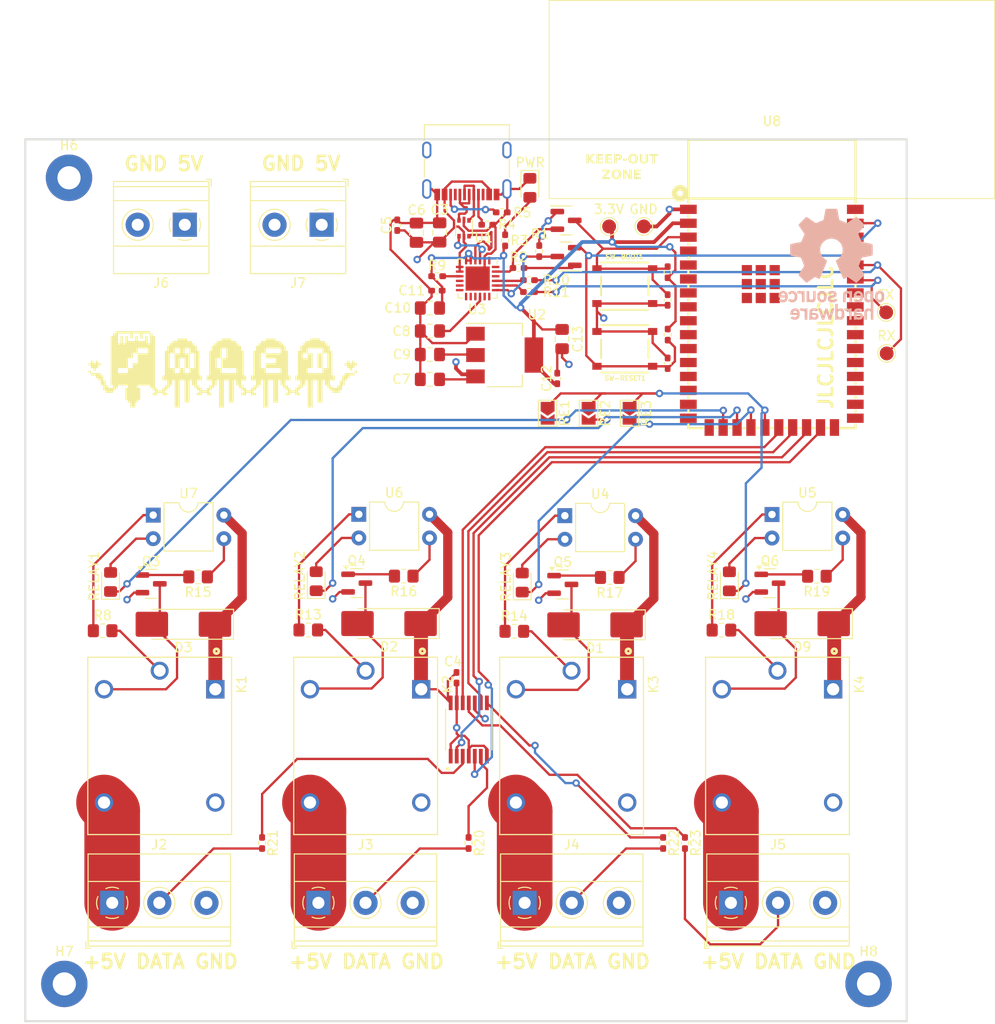
<source format=kicad_pcb>
(kicad_pcb (version 20240108) (generator "pcbnew") (generator_version "8.0")
  (layers (0 "F.Cu" signal) (1 "In1.Cu" power "GND") (2 "In2.Cu" power "PWR") (31 "B.Cu" signal) (34 "B.Paste" user) (35 "F.Paste" user) (36 "B.SilkS" user "B.Silkscreen") (37 "F.SilkS" user "F.Silkscreen") (38 "B.Mask" user) (39 "F.Mask" user) (44 "Edge.Cuts" user))
  (net 0 "")
  (net 1 "/EN")
  (net 2 "GND")
  (net 3 "/IO0")
  (net 4 "+5V")
  (net 5 "/RELAY1")
  (net 6 "Net-(U3-VPP)")
  (net 7 "+3.3V")
  (net 8 "Net-(3.3V-PWR1-A)")
  (net 9 "Net-(RELAY1-A)")
  (net 10 "Net-(D9-A)")
  (net 11 "Net-(J1-CC1)")
  (net 12 "Net-(J1-D+-PadA6)")
  (net 13 "Net-(J1-D--PadA7)")
  (net 15 "Net-(J1-CC2)")
  (net 17 "/STRIP1_5V")
  (net 18 "/BDATA_STRIP1")
  (net 19 "/STRIP2_5V")
  (net 20 "/BDATA_STRIP2")
  (net 21 "/STRIP3_5V")
  (net 22 "/BDATA_STRIP3")
  (net 23 "/STRIP4_5V")
  (net 24 "/BDATA_STRIP4")
  (net 25 "Net-(Q1-B)")
  (net 26 "/DTR")
  (net 27 "Net-(Q2-B)")
  (net 28 "/RTS")
  (net 29 "Net-(Q3-B)")
  (net 30 "Net-(R8-Pad1)")
  (net 31 "Net-(U3-~{RST})")
  (net 32 "Net-(U3-TXD)")
  (net 33 "/TX")
  (net 34 "Net-(U3-RXD)")
  (net 35 "/RX")
  (net 36 "Net-(R15-Pad1)")
  (net 37 "Net-(U9-2Y)")
  (net 38 "Net-(U9-1Y)")
  (net 39 "Net-(U9-3Y)")
  (net 40 "Net-(U9-4Y)")
  (net 41 "Net-(U3-D+)")
  (net 42 "Net-(U3-D-)")
  (net 54 "/STRIP1")
  (net 55 "/STRIP2")
  (net 56 "/STRIP3")
  (net 57 "/STRIP4")
  (net 62 "Net-(D1-A)")
  (net 63 "Net-(D2-A)")
  (net 64 "Net-(D3-A)")
  (net 71 "/RELAY4")
  (net 85 "/RELAY3")
  (net 92 "/RELAY2")
  (net 97 "Net-(Q4-B)")
  (net 98 "Net-(Q5-B)")
  (net 99 "Net-(Q6-B)")
  (net 100 "Net-(R13-Pad1)")
  (net 101 "Net-(R14-Pad1)")
  (net 102 "Net-(R16-Pad1)")
  (net 103 "Net-(R17-Pad1)")
  (net 104 "Net-(R18-Pad1)")
  (net 105 "Net-(R19-Pad1)")
  (net 106 "Net-(RELAY2-A)")
  (net 107 "Net-(RELAY3-A)")
  (net 108 "Net-(RELAY4-A)")
  (footprint "Resistor_SMD:R_0805_2012Metric_Pad1.20x1.40mm_HandSolder" (layer "F.Cu") (at 39.86 68.04 180)
    (property "Reference" "R15")
    (property "Value" "1K")
  )
  (footprint "Package_TO_SOT_SMD:SOT-23" (layer "F.Cu") (at 79.525 29.64)
    (property "Reference" "Q1" (hide yes))
    (property "Value" "SS8050")
  )
  (footprint "Capacitor_SMD:C_0805_2012Metric_Pad1.18x1.45mm_HandSolder" (layer "F.Cu") (at 64.851029 41.555 180)
    (property "Reference" "C8")
    (property "Value" "4u7")
  )
  (footprint "LED_SMD:LED_0805_2012Metric_Pad1.15x1.40mm_HandSolder" (layer "F.Cu") (at 75.63 26.13 -90)
    (property "Reference" "3.3V-PWR1" (hide yes))
    (property "Value" "RED_LED")
  )
  (footprint "Diode_SMD:D_MELF_Handsoldering" (layer "F.Cu") (at 104.985 73.0775 180)
    (property "Reference" "D9")
    (property "Value" "C7420350")
  )
  (footprint "Resistor_SMD:R_0805_2012Metric_Pad1.20x1.40mm_HandSolder" (layer "F.Cu") (at 62.03 67.96 180)
    (property "Reference" "R16")
    (property "Value" "1K")
  )
  (footprint "LED_SMD:LED_0805_2012Metric_Pad1.15x1.40mm_HandSolder" (layer "F.Cu") (at 97.135 68.52 90)
    (property "Reference" "RELAY4")
    (property "Value" "RED_LED")
  )
  (footprint "TestPoint:TestPoint_Pad_D1.5mm" (layer "F.Cu") (at 114.09 43.97)
    (property "Reference" "RX1" (hide yes))
    (property "Value" "TestPoint")
  )
  (footprint "Jumper:SolderJumper-2_P1.3mm_Open_TrianglePad1.0x1.5mm" (layer "F.Cu") (at 77.54 50.415 -90)
    (property "Reference" "RE1")
    (property "Value" "SolderJumper_2_Bridged")
  )
  (footprint "Package_DFN_QFN:QFN-24-1EP_4x4mm_P0.5mm_EP2.6x2.6mm" (layer "F.Cu") (at 70.001029 35.905 -90)
    (property "Reference" "U3")
    (property "Value" "CP2104")
  )
  (footprint "lib:wled-logo" (layer "F.Cu") (at 42.52 45.695)
    (property "Reference" "G***" (hide yes))
    (property "Value" "LOGO" (hide yes))
  )
  (footprint "Resistor_SMD:R_0805_2012Metric_Pad1.20x1.40mm_HandSolder" (layer "F.Cu") (at 84.24 68.1025 180)
    (property "Reference" "R17")
    (property "Value" "1K")
  )
  (footprint "Package_TO_SOT_SMD:SOT-223-3_TabPin2" (layer "F.Cu") (at 72.91 44.145)
    (property "Reference" "U2")
    (property "Value" "AMS1117-3.3")
  )
  (footprint "Capacitor_SMD:C_0805_2012Metric_Pad1.18x1.45mm_HandSolder" (layer "F.Cu") (at 64.851029 39.08 180)
    (property "Reference" "C10")
    (property "Value" "22u")
  )
  (footprint "Capacitor_SMD:C_0402_1005Metric_Pad0.74x0.62mm_HandSolder" (layer "F.Cu") (at 90.48 45.03 90)
    (property "Reference" "C1" (hide yes))
    (property "Value" "100nF")
  )
  (footprint "TerminalBlock_Phoenix:TerminalBlock_Phoenix_MKDS-1,5-2-5.08_1x02_P5.08mm_Horizontal" (layer "F.Cu") (at 38.43 30.11 180)
    (property "Reference" "J6")
    (property "Value" "Screw_Terminal_01x02")
  )
  (footprint "Resistor_SMD:R_0402_1005Metric_Pad0.72x0.64mm_HandSolder" (layer "F.Cu") (at 72.96 31.7875 90)
    (property "Reference" "R3")
    (property "Value" "1K")
  )
  (footprint "Resistor_SMD:R_0402_1005Metric_Pad0.72x0.64mm_HandSolder" (layer "F.Cu") (at 89.995 96.7025 -90)
    (property "Reference" "R22")
    (property "Value" "100R")
  )
  (footprint "Resistor_SMD:R_0805_2012Metric_Pad1.20x1.40mm_HandSolder" (layer "F.Cu") (at 106.57 67.9725 180)
    (property "Reference" "R19")
    (property "Value" "1K")
  )
  (footprint "lib:RELAY_SRD-05VDC-SL-C" (layer "F.Cu") (at 80.12 86.245 -90)
    (property "Reference" "K3")
    (property "Value" "SRD-05VDC-SL-C")
  )
  (footprint "Package_TO_SOT_SMD:SOT-666" (layer "F.Cu") (at 68.525 30.49 -90)
    (property "Reference" "U1")
    (property "Value" "USBLC6-2P6")
  )
  (footprint "Resistor_SMD:R_0402_1005Metric_Pad0.72x0.64mm_HandSolder" (layer "F.Cu") (at 46.76 96.7025 -90)
    (property "Reference" "R21")
    (property "Value" "100R")
  )
  (footprint "lib:TS-1187A-B-A-B" (layer "F.Cu") (at 85.86 36.72 180)
    (property "Reference" "SW-BOOT1")
    (property "Value" "SW_SPST")
  )
  (footprint "Resistor_SMD:R_0805_2012Metric_Pad1.20x1.40mm_HandSolder" (layer "F.Cu") (at 51.74 73.76)
    (property "Reference" "R13")
    (property "Value" "1K")
  )
  (footprint "Diode_SMD:D_MELF_Handsoldering" (layer "F.Cu") (at 82.655 73.2075 180)
    (property "Reference" "D1")
    (property "Value" "C7420350")
  )
  (footprint "Resistor_SMD:R_0402_1005Metric_Pad0.72x0.64mm_HandSolder" (layer "F.Cu") (at 90.49 41.94 -90)
    (property "Reference" "R6" (hide yes))
    (property "Value" "1K")
  )
  (footprint "Jumper:SolderJumper-2_P1.3mm_Open_TrianglePad1.0x1.5mm" (layer "F.Cu") (at 81.96 50.415 -90)
    (property "Reference" "RE2")
    (property "Value" "SolderJumper_2_Bridged")
  )
  (footprint "TerminalBlock_Phoenix:TerminalBlock_Phoenix_MKDS-1,5-3-5.08_1x03_P5.08mm_Horizontal" (layer "F.Cu") (at 52.833333 103.15)
    (property "Reference" "J3")
    (property "Value" "Screw_Terminal_01x03")
  )
  (footprint "TestPoint:TestPoint_Pad_D1.5mm" (layer "F.Cu") (at 87.91 30.29)
    (property "Reference" "GND1" (hide yes))
    (property "Value" "TestPoint")
  )
  (footprint "Resistor_SMD:R_0402_1005Metric_Pad0.72x0.64mm_HandSolder" (layer "F.Cu") (at 90.48 35.2225 90)
    (property "Reference" "R7" (hide yes))
    (property "Value" "1K")
  )
  (footprint "Package_DIP:DIP-4_W7.62mm" (layer "F.Cu") (at 101.73 61.3175)
    (property "Reference" "U5")
    (property "Value" "EL817")
  )
  (footprint "Package_TO_SOT_SMD:SOT-23" (layer "F.Cu") (at 79.53 33.53 180)
    (property "Reference" "Q2" (hide yes))
    (property "Value" "SS8050")
  )
  (footprint "TestPoint:TestPoint_Pad_D1.5mm" (layer "F.Cu") (at 114.04 39.55)
    (property "Reference" "TX1" (hide yes))
    (property "Value" "TestPoint")
  )
  (footprint "Resistor_SMD:R_0402_1005Metric_Pad0.72x0.64mm_HandSolder" (layer "F.Cu") (at 72.59 28.775)
    (property "Reference" "R5")
    (property "Value" "5K1")
  )
  (footprint "TestPoint:TestPoint_Pad_D1.5mm" (layer "F.Cu") (at 84.17 30.29)
    (property "Reference" "3V3" (hide yes))
    (property "Value" "TestPoint")
  )
  (footprint "lib:RELAY_SRD-05VDC-SL-C" (layer "F.Cu") (at 102.32 86.245 -90)
    (property "Reference" "K4")
    (property "Value" "SRD-05VDC-SL-C")
  )
  (footprint "lib:RELAY_SRD-05VDC-SL-C" (layer "F.Cu") (at 35.72 86.245 -90)
    (property "Reference" "K1")
    (property "Value" "SRD-05VDC-SL-C")
  )
  (footprint "lib:SOP65P640X120-14N" (layer "F.Cu") (at 69.04 84.48 90)
    (property "Reference" "U9" (hide yes))
    (property "Value" "SN74AHCT125PWR")
  )
  (footprint "TerminalBlock_Phoenix:TerminalBlock_Phoenix_MKDS-1,5-3-5.08_1x03_P5.08mm_Horizontal" (layer "F.Cu") (at 75.066666 103.15)
    (property "Reference" "J4")
    (property "Value" "Screw_Terminal_01x03")
  )
  (footprint "Capacitor_SMD:C_0402_1005Metric_Pad0.74x0.62mm_HandSolder" (layer "F.Cu") (at 90.48 38.2125 -90)
    (property "Reference" "C2" (hide yes))
    (property "Value" "100nF")
  )
  (footprint "MountingHole:MountingHole_2.5mm_Pad" (layer "F.Cu") (at 25.945 25.05)
    (property "Reference" "H6")
    (property "Value" "MountingHole_Pad")
  )
  (footprint "MountingHole:MountingHole_2.5mm_Pad" (layer "F.Cu") (at 25.44 111.885)
    (property "Reference" "H7")
    (property "Value" "MountingHole_Pad")
  )
  (footprint "TerminalBlock_Phoenix:TerminalBlock_Phoenix_MKDS-1,5-2-5.08_1x02_P5.08mm_Horizontal" (layer "F.Cu") (at 53.185 30.11 180)
    (property "Reference" "J7")
    (property "Value" "Screw_Terminal_01x02")
  )
  (footprint "TerminalBlock_Phoenix:TerminalBlock_Phoenix_MKDS-1,5-3-5.08_1x03_P5.08mm_Horizontal" (layer "F.Cu") (at 97.3 103.15)
    (property "Reference" "J5")
    (property "Value" "Screw_Terminal_01x03")
  )
  (footprint "Connector_USB:USB_C_Receptacle_G-Switch_GT-USB-7010ASV" (layer "F.Cu") (at 68.835 23.13 180)
    (property "Reference" "J1" (hide yes))
    (property "Value" "USB_C_Receptacle_USB2.0_16P")
  )
  (footprint "Jumper:SolderJumper-2_P1.3mm_Open_TrianglePad1.0x1.5mm" (layer "F.Cu") (at 86.38 50.415 -90)
    (property "Reference" "RE3")
    (property "Value" "SolderJumper_2_Bridged")
  )
  (footprint "Package_DIP:DIP-4_W7.62mm" (layer "F.Cu") (at 57.19 61.305)
    (property "Reference" "U6")
    (property "Value" "EL817")
  )
  (footprint "Resistor_SMD:R_0805_2012Metric_Pad1.20x1.40mm_HandSolder" (layer "F.Cu") (at 29.57 73.84)
    (property "Reference" "R8")
    (property "Value" "1K")
  )
  (footprint "Resistor_SMD:R_0402_1005Metric_Pad0.72x0.64mm_HandSolder" (layer "F.Cu") (at 75.526029 36.08)
    (property "Reference" "R10")
    (property "Value" "22R")
  )
  (footprint "lib:RELAY_SRD-05VDC-SL-C" (layer "F.Cu") (at 57.92 86.245 -90)
    (property "Reference" "K2")
    (property "Value" "SRD-05VDC-SL-C")
  )
  (footprint "Package_DIP:DIP-4_W7.62mm" (layer "F.Cu") (at 35.02 61.385)
    (property "Reference" "U7")
    (property "Value" "EL817")
  )
  (footprint "Diode_SMD:D_MELF_Handsoldering" (layer "F.Cu") (at 38.275 73.145 180)
    (property "Reference" "D3")
    (property "Value" "C7420350")
  )
  (footprint "TerminalBlock_Phoenix:TerminalBlock_Phoenix_MKDS-1,5-3-5.08_1x03_P5.08mm_Horizontal" (layer "F.Cu") (at 30.6 103.15)
    (property "Reference" "J2")
    (property "Value" "Screw_Terminal_01x03")
  )
  (footprint "Resistor_SMD:R_0402_1005Metric_Pad0.72x0.64mm_HandSolder" (layer "F.Cu") (at 69.02 96.7025 -90)
    (property "Reference" "R20")
    (property "Value" "100R")
  )
  (footprint "Package_TO_SOT_SMD:SOT-23" (layer "F.Cu") (at 101.505 68.72)
    (property "Reference" "Q6")
    (property "Value" "SS8050")
  )
  (footprint "Resistor_SMD:R_0402_1005Metric_Pad0.72x0.64mm_HandSolder" (layer "F.Cu") (at 76.64 32.95 90)
    (property "Reference" "R1")
    (property "Value" "10K")
  )
  (footprint "lib:WIFI-SMD_ESP32-S2-WROVER-I" (layer "F.Cu") (at 101.71 40.2)
    (property "Reference" "U8")
    (property "Value" "ESP32-S2-WROOM-1-N4(4MB)")
  )
  (footprint "lib:TS-1187A-B-A-B" (layer "F.Cu") (at 85.86 43.48)
    (property "Reference" "SW-RESET1")
    (property "Value" "SW_SPST")
  )
  (footprint "LED_SMD:LED_0805_2012Metric_Pad1.15x1.40mm_HandSolder" (layer "F.Cu") (at 74.805 68.65 90)
    (property "Reference" "RELAY3")
    (property "Value" "RED_LED")
  )
  (footprint "Resistor_SMD:R_0402_1005Metric_Pad0.72x0.64mm_HandSolder" (layer "F.Cu") (at 74.4 34.77)
    (property "Reference" "R2")
    (property "Value" "10K")
  )
  (footprint "Resistor_SMD:R_0402_1005Metric_Pad0.72x0.64mm_HandSolder" (layer "F.Cu") (at 71.028529 30.105)
    (property "Reference" "R4")
    (property "Value" "5K1")
  )
  (footprint "Diode_SMD:D_MELF_Handsoldering" (layer "F.Cu") (at 60.445 73.065 180)
    (property "Reference" "D2")
    (property "Value" "C7420350")
  )
  (footprint "Resistor_SMD:R_0402_1005Metric_Pad0.72x0.64mm_HandSolder" (layer "F.Cu") (at 65.628529 35.655)
    (property "Reference" "R9")
    (property "Value" "10K")
  )
  (footprint "Resistor_SMD:R_0402_1005Metric_Pad0.72x0.64mm_HandSolder" (layer "F.Cu") (at 75.526029 37.355)
    (property "Reference" "R11")
    (property "Value" "22R")
  )
  (footprint "Capacitor_SMD:C_0805_2012Metric_Pad1.18x1.45mm_HandSolder" (layer "F.Cu") (at 65.901029 30.9425 90)
    (property "Reference" "C3")
    (property "Value" "22u")
  )
  (footprint "Package_DIP:DIP-4_W7.62mm" (layer "F.Cu") (at 79.4 61.4475)
    (property "Reference" "U4")
    (property "Value" "EL817")
  )
  (footprint "Capacitor_SMD:C_0805_2012Metric_Pad1.18x1.45mm_HandSolder" (layer "F.Cu") (at 79.1 42.425 -90)
    (property "Reference" "C13")
    (property "Value" "22u")
  )
  (footprint "Capacitor_SMD:C_0805_2012Metric_Pad1.18x1.45mm_HandSolder" (layer "F.Cu") (at 64.851029 46.765 180)
    (property "Reference" "C7")
    (property "Value" "22u")
  )
  (footprint "LED_SMD:LED_0805_2012Metric_Pad1.15x1.40mm_HandSolder" (layer "F.Cu") (at 30.425 68.5875 90)
    (property "Reference" "RELAY1")
    (property "Value" "RED_LED")
  )
  (footprint "Resistor_SMD:R_0805_2012Metric_Pad1.20x1.40mm_HandSolder" (layer "F.Cu") (at 73.95 73.9025)
    (property "Reference" "R14")
    (property "Value" "1K")
  )
  (footprint "Resistor_SMD:R_0805_2012Metric_Pad1.20x1.40mm_HandSolder" (layer "F.Cu") (at 96.28 73.7725)
    (property "Reference" "R18")
    (property "Value" "1K")
  )
  (footprint "Capacitor_SMD:C_0402_1005Metric_Pad0.74x0.62mm_HandSolder" (layer "F.Cu") (at 67.72 78.9025 90)
    (property "Reference" "C4")
    (property "Value" "100nF")
  )
  (footprint "Package_TO_SOT_SMD:SOT-23" (layer "F.Cu") (at 56.965 68.7075)
    (property "Reference" "Q4")
    (property "Value" "SS8050")
  )
  (footprint "Resistor_SMD:R_0402_1005Metric_Pad0.72x0.64mm_HandSolder" (layer "F.Cu") (at 92.345 96.7025 -90)
    (property "Reference" "R23")
    (property "Value" "100R")
  )
  (footprint "Capacitor_SMD:C_0402_1005Metric_Pad0.74x0.62mm_HandSolder" (layer "F.Cu") (at 78.58 46.665 90)
    (property "Reference" "C12")
    (property "Value" "100nF")
  )
  (footprint "Capacitor_SMD:C_0805_2012Metric_Pad1.18x1.45mm_HandSolder" (layer "F.Cu") (at 63.401029 30.9675 90)
    (property "Reference" "C6")
    (property "Value" "4u7")
  )
  (footprint "Package_TO_SOT_SMD:SOT-23" (layer "F.Cu") (at 79.175 68.85)
    (property "Reference" "Q5")
    (property "Value" "SS8050")
  )
  (footprint "Capacitor_SMD:C_0402_1005Metric_Pad0.74x0.62mm_HandSolder" (layer "F.Cu") (at 61.326029 30.155 90)
    (property "Reference" "C5")
    (property "Value" "100nF")
  )
  (footprint "Package_TO_SOT_SMD:SOT-23" (layer "F.Cu") (at 34.795 68.7875)
    (property "Reference" "Q3")
    (property "Value" "SS8050")
  )
  (footprint "LED_SMD:LED_0805_2012Metric_Pad1.15x1.40mm_HandSolder" (layer "F.Cu") (at 52.595 68.5075 90)
    (property "Reference" "RELAY2")
    (property "Value" "RED_LED")
  )
  (footprint "MountingHole:MountingHole_2.5mm_Pad" (layer "F.Cu") (at 112.14 111.885)
    (property "Reference" "H8")
    (property "Value" "MountingHole_Pad")
  )
  (footprint "Capacitor_SMD:C_0402_1005Metric_Pad0.74x0.62mm_HandSolder" (layer "F.Cu") (at 65.601029 37.205 180)
    (property "Reference" "C11")
    (property "Value" "100nF")
  )
  (footprint "Capacitor_SMD:C_0805_2012Metric_Pad1.18x1.45mm_HandSolder" (layer "F.Cu") (at 64.851029 44.09 180)
    (property "Reference" "C9")
    (property "Value" "22u")
  )
  (footprint "Symbol:OSHW-Logo_11.4x12mm_SilkScreen" (layer "B.Cu") (at 108.148246 34.362474 180)
    (property "Reference" "REF**" (hide yes))
    (property "Value" "OSHW-Logo_11.4x12mm_SilkScreen" (hide yes))
  )
  (gr_line (start 21.24 20.91) (end 116.24 20.91) (stroke (width 0.2)) (layer "Edge.Cuts"))
  (gr_line (start 21.24 20.91) (end 21.24 115.91) (stroke (width 0.2)) (layer "Edge.Cuts"))
  (gr_line (start 116.24 115.91) (end 21.24 115.91) (stroke (width 0.2)) (layer "Edge.Cuts"))
  (gr_line (start 116.24 20.91) (end 116.24 115.91) (stroke (width 0.2)) (layer "Edge.Cuts"))
  (gr_text "+5V DATA GND" (at 27.28 110.355 0) (layer "F.SilkS") (effects (font (size 1.5 1.5) (thickness 0.3) (bold yes)) (justify left bottom)))
  (gr_text "PWR" (at 73.99 23.99 0) (layer "F.SilkS") (effects (font (size 1 1)) (justify left bottom)))
  (gr_text "KEEP-OUT\nZONE" (at 85.52 25.36 0) (layer "F.SilkS") (effects (font (size 1 1) (thickness 0.25) (bold yes)) (justify bottom)))
  (gr_text "GND 5V" (at 31.75 24.42 0) (layer "F.SilkS") (effects (font (size 1.5 1.5) (thickness 0.3) (bold yes)) (justify left bottom)))
  (gr_text "3.3V" (at 82.425953 29.03 0) (layer "F.SilkS") (effects (font (size 1 1)) (justify left bottom)))
  (gr_text "+5V DATA GND" (at 71.7 110.355 0) (layer "F.SilkS") (effects (font (size 1.5 1.5) (thickness 0.3) (bold yes)) (justify left bottom)))
  (gr_text "+5V DATA GND" (at 93.91 110.355 0) (layer "F.SilkS") (effects (font (size 1.5 1.5) (thickness 0.3) (bold yes)) (justify left bottom)))
  (gr_text "GND" (at 86.261191 29.03 0) (layer "F.SilkS") (effects (font (size 1 1)) (justify left bottom)))
  (gr_text "JLCJLCJLCJLC" (at 108.4 50.12 90) (layer "F.SilkS") (effects (font (size 1.5 1.5) (thickness 0.3) (bold yes)) (justify left bottom)))
  (gr_text "+5V DATA GND" (at 49.49 110.355 0) (layer "F.SilkS") (effects (font (size 1.5 1.5) (thickness 0.3) (bold yes)) (justify left bottom)))
  (gr_text "TX" (at 113.057857 38.24 0) (layer "F.SilkS") (effects (font (size 1 1)) (justify left bottom)))
  (gr_text "GND 5V" (at 46.55 24.39 0) (layer "F.SilkS") (effects (font (size 1.5 1.5) (thickness 0.3) (bold yes)) (justify left bottom)))
  (gr_text "RX" (at 112.98881 42.65 0) (layer "F.SilkS") (effects (font (size 1 1)) (justify left bottom)))
  (segment (start 110.720064 29.94) (end 110.71 29.950064) (width 0.25) (layer "F.Cu") (net 1))
  (segment (start 88.865 45.36) (end 88.86 45.355) (width 0.25) (layer "F.Cu") (net 1))
  (segment (start 82.86 45.355) (end 81.71 44.205) (width 0.25) (layer "F.Cu") (net 1))
  (segment (start 81.71 44.205) (end 81.71 33.69) (width 0.25) (layer "F.Cu") (net 1))
  (segment (start 88.86 45.355) (end 82.86 45.355) (width 0.25) (layer "F.Cu") (net 1))
  (segment (start 90.48 45.5975) (end 90.2425 45.36) (width 0.25) (layer "F.Cu") (net 1))
  (segment (start 81.71 33.69) (end 81.97 33.43) (width 0.25) (layer "F.Cu") (net 1))
  (segment (start 80.4675 32.58) (end 81.12 32.58) (width 0.25) (layer "F.Cu") (net 1))
  (segment (start 113.13 29.94) (end 110.720064 29.94) (width 0.25) (layer "F.Cu") (net 1))
  (segment (start 90.48 45.5975) (end 91.26 44.8175) (width 0.25) (layer "F.Cu") (net 1))
  (segment (start 91.26 43.3075) (end 90.49 42.5375) (width 0.25) (layer "F.Cu") (net 1))
  (segment (start 90.2425 45.36) (end 88.865 45.36) (width 0.25) (layer "F.Cu") (net 1))
  (segment (start 81.12 32.58) (end 81.97 33.43) (width 0.25) (layer "F.Cu") (net 1))
  (segment (start 91.26 44.8175) (end 91.26 43.3075) (width 0.25) (layer "F.Cu") (net 1))
  (via (at 113.13 29.94) (size 0.8) (drill 0.4) (layers "F.Cu" "B.Cu") (net 1))
  (via (at 81.97 33.43) (size 0.8) (drill 0.4) (layers "F.Cu" "B.Cu") (net 1))
  (segment (start 109.64 33.43) (end 113.13 29.94) (width 0.25) (layer "B.Cu") (net 1))
  (segment (start 81.97 33.43) (end 109.64 33.43) (width 0.25) (layer "B.Cu") (net 1))
  (segment (start 69.69 81.61) (end 69.69 82.39818) (width 0.25) (layer "F.Cu") (net 2))
  (segment (start 56.0275 69.6575) (end 55.1225 69.6575) (width 0.25) (layer "F.Cu") (net 2))
  (segment (start 63.813529 46.765) (end 63.813529 44.82) (width 0.25) (layer "F.Cu") (net 2))
  (segment (start 71.926029 32.75263) (end 71.926029 30.405) (width 0.25) (layer "F.Cu") (net 2))
  (segment (start 70.604167 83.312347) (end 70.807653 83.312347) (width 0.25) (layer "F.Cu") (net 2))
  (segment (start 73.155 26.255) (end 74.48 26.255) (width 0.25) (layer "F.Cu") (net 2))
  (segment (start 99.6625 69.67) (end 98.91 70.4225) (width 0.25) (layer "F.Cu") (net 2))
  (segment (start 60.608529 29.9225) (end 60.943529 29.5875) (width 0.25) (layer "F.Cu") (net 2))
  (segment (start 65.033529 37.205) (end 60.608529 32.78) (width 0.25) (layer "F.Cu") (net 2))
  (segment (start 65.635 29.638971) (end 65.635 26.855) (width 0.25) (layer "F.Cu") (net 2))
  (segment (start 73.1875 28.775) (end 71.8575 30.105) (width 0.25) (layer "F.Cu") (net 2))
  (segment (start 70.751029 33.9675) (end 70.751029 33.50526) (width 0.25) (layer "F.Cu") (net 2))
  (segment (start 70.66818 86.24) (end 70.99 86.56182) (width 0.25) (layer "F.Cu") (net 2))
  (segment (start 73.155 26.255) (end 73.1875 26.2875) (width 0.25) (layer "F.Cu") (net 2))
  (segment (start 78.58 46.0975) (end 78.58 43.9825) (width 0.25) (layer "F.Cu") (net 2))
  (segment (start 69.36182 86.24) (end 70.66818 86.24) (width 0.25) (layer "F.Cu") (net 2))
  (segment (start 79.1 43.4625) (end 79.1 44.41) (width 0.25) (layer "F.Cu") (net 2))
  (segment (start 67.969695 85.155) (end 67.74 84.925305) (width 0.25) (layer "F.Cu") (net 2))
  (segment (start 74.48 26.255) (end 75.63 25.105) (width 0.25) (layer "F.Cu") (net 2))
  (segment (start 64.515 26.255) (end 65.035 26.255) (width 0.25) (layer "F.Cu") (net 2))
  (segment (start 68.745 42.86) (end 69.76 41.845) (width 0.25) (layer "F.Cu") (net 2))
  (segment (start 72.555 26.855) (end 73.155 26.255) (width 0.25) (layer "F.Cu") (net 2))
  (segment (start 69.04 87.35) (end 69.04 86.56182) (width 0.25) (layer "F.Cu") (net 2))
  (segment (start 88.86 41.605) (end 88.86 42.83) (width 0.25) (layer "F.Cu") (net 2))
  (segment (start 90.67 28.449936) (end 90.67 28.92) (width 0.4) (layer "F.Cu") (net 2))
  (segment (start 90.67 28.92) (end 89.3 30.29) (width 0.4) (layer "F.Cu") (net 2))
  (segment (start 67.74 81.61) (end 67.74 79.49) (width 0.25) (layer "F.Cu") (net 2))
  (segment (start 69.04 85.624695) (end 68.570305 85.155) (width 0.25) (layer "F.Cu") (net 2))
  (segment (start 90.48 44.45) (end 90.48 44.4625) (width 0.25) (layer "F.Cu") (net 2))
  (segment (start 78.2375 69.8) (end 77.3325 69.8) (width 0.25) (layer "F.Cu") (net 2))
  (segment (start 89.045 38.78) (end 88.86 38.595) (width 0.25) (layer "F.Cu") (net 2))
  (segment (start 68.570305 85.155) (end 67.969695 85.155) (width 0.25) (layer "F.Cu") (net 2))
  (segment (start 67.09 86.034695) (end 67.09 87.35) (width 0.25) (layer "F.Cu") (net 2))
  (segment (start 70.751029 33.9675) (end 70.751029 35.155) (width 0.25) (layer "F.Cu") (net 2))
  (segment (start 70.751029 33.50526) (end 71.026289 33.23) (width 0.25) (layer "F.Cu") (net 2))
  (segment (start 67.74 79.49) (end 67.72 79.47) (width 0.25) (layer "F.Cu") (net 2))
  (segment (start 63.813529 44.82) (end 63.813529 41.555) (width 0.25) (layer "F.Cu") (net 2))
  (segment (start 77.3325 69.8) (end 76.58 70.5525) (width 0.25) (layer "F.Cu") (net 2))
  (segment (start 33.8575 69.7375) (end 32.9525 69.7375) (width 0.25) (layer "F.Cu") (net 2))
  (segment (start 65.033529 37.86) (end 63.813529 39.08) (width 0.25) (layer "F.Cu") (net 2))
  (segment (start 69.04 86.56182) (end 69.36182 86.24) (width 0.25) (layer "F.Cu") (net 2))
  (segment (start 67.74 84.925305) (end 67.74 84.29) (width 0.25) (layer "F.Cu") (net 2))
  (segment (start 60.608529 32.78) (end 60.608529 29.9225) (width 0.25) (layer "F.Cu") (net 2))
  (segment (start 83.59 40.16) (end 82.86 39.43) (width 0.25) (layer "F.Cu") (net 2))
  (segment (start 63.813529 41.555) (end 65.118529 42.86) (width 0.25) (layer "F.Cu") (net 2))
  (segment (start 73.1875 26.2875) (end 73.1875 28.775) (width 0.25) (layer "F.Cu") (net 2))
  (segment (start 70.981029 30.75) (end 71.626029 30.105) (width 0.25) (layer "F.Cu") (net 2))
  (segment (start 63.401029 29.93) (end 61.668529 29.93) (width 0.25) (layer "F.Cu") (net 2))
  (segment (start 88.86 42.83) (end 90.48 44.45) (width 0.25) (layer "F.Cu") (net 2))
  (segment (start 71.8575 30.105) (end 71.626029 30.105) (width 0.25) (layer "F.Cu") (net 2))
  (segment (start 69.021029 30.75) (end 70.981029 30.75) (width 0.25) (layer "F.Cu") (net 2))
  (segment (start 63.813529 41.555) (end 63.813529 39.08) (width 0.25) (layer "F.Cu") (net 2))
  (segment (start 68.501029 30.23) (end 69.021029 30.75) (width 0.25) (layer "F.Cu") (net 2))
  (segment (start 67.74 84.29) (end 67.74 81.61) (width 0.25) (layer "F.Cu") (net 2))
  (segment (start 69.04 86.56182) (end 69.04 85.624695) (width 0.25) (layer "F.Cu") (net 2))
  (segment (start 71.448659 33.23) (end 71.926029 32.75263) (width 0.25) (layer "F.Cu") (net 2))
  (segment (start 89.3 30.29) (end 87.91 30.29) (width 0.4) (layer "F.Cu") (net 2))
  (segment (start 32.9525 69.7375) (end 32.2 70.49) (width 0.25) (layer "F.Cu") (net 2))
  (segment (start 70.99 86.56182) (end 70.99 87.35) (width 0.25) (layer "F.Cu") (net 2))
  (segment (start 67.969695 85.155) (end 67.09 86.034695) (width 0.25) (layer "F.Cu") (net 2))
  (segment (start 71.026289 33.23) (end 71.448659 33.23) (width 0.25) (layer "F.Cu") (net 2))
  (segment (start 71.926029 30.405) (end 71.626029 30.105) (width 0.25) (layer "F.Cu") (net 2))
  (segment (start 65.035 26.255) (end 65.635 26.855) (width 0.25) (layer "F.Cu") (net 2))
  (segment (start 61.668529 29.93) (end 61.326029 29.5875) (width 0.25) (layer "F.Cu") (net 2))
  (segment (start 72.035 26.855) (end 72.555 26.855) (width 0.25) (layer "F.Cu") (net 2))
  (segment (start 65.118529 42.86) (end 68.745 42.86) (width 0.25) (layer "F.Cu") (net 2))
  (segment (start 88.86 38.595) (end 82.86 38.595) (width 0.25) (layer "F.Cu") (net 2))
  (segment (start 90.67 28.449936) (end 92.71 28.449936) (width 0.4) (layer "F.Cu") (net 2))
  (segment (start 90.48 38.78) (end 89.045 38.78) (width 0.25) (layer "F.Cu") (net 2))
  (segment (start 60.943529 29.5875) (end 61.326029 29.5875) (width 0.25) (layer "F.Cu") (net 2))
  (segment (start 79.1 44.41) (end 79.84 45.15) (width 0.25) (layer "F.Cu") (net 2))
  (segment (start 65.033529 37.205) (end 65.033529 37.86) (width 0.25) (layer "F.Cu") (net 2))
  (segment (start 63.813529 44.82) (end 63.813529 44.09) (width 0.25) (layer "F.Cu") (net 2))
  (segment (start 65.901029 29.905) (end 65.635 29.638971) (width 0.25) (layer "F.Cu") (net 2))
  (segment (start 70.751029 35.155) (end 70.001029 35.905) (width 0.25) (layer "F.Cu") (net 2))
  (segment (start 82.86 39.43) (end 82.86 38.595) (width 0.25) (layer "F.Cu") (net 2))
  (segment (start 78.58 43.9825) (end 79.1 43.4625) (width 0.25) (layer "F.Cu") (net 2))
  (segment (start 82.86 41.605) (end 82.86 38.595) (width 0.25) (layer "F.Cu") (net 2))
  (segment (start 100.5675 69.67) (end 99.6625 69.67) (width 0.25) (layer "F.Cu") (net 2))
  (segment (start 65.901029 29.905) (end 63.426029 29.905) (width 0.25) (layer "F.Cu") (net 2))
  (segment (start 68.501029 29.655) (end 68.501029 30.23) (width 0.25) (layer "F.Cu") (net 2))
  (segment (start 63.426029 29.905) (end 63.401029 29.93) (width 0.25) (layer "F.Cu") (net 2))
  (segment (start 88.86 41.605) (end 82.86 41.605) (width 0.25) (layer "F.Cu") (net 2))
  (segment (start 55.1225 69.6575) (end 54.37 70.41) (width 0.25) (layer "F.Cu") (net 2))
  (segment (start 69.69 82.39818) (end 70.604167 83.312347) (width 0.25) (layer "F.Cu") (net 2))
  (via (at 32.2 70.49) (size 0.8) (drill 0.4) (layers "F.Cu" "B.Cu") (net 2))
  (via (at 70.807653 83.312347) (size 0.8) (drill 0.4) (layers "F.Cu" "B.Cu") (net 2))
  (via (at 79.84 45.15) (size 0.8) (drill 0.4) (layers "F.Cu" "B.Cu") (net 2))
  (via (at 90.67 28.449936) (size 0.8) (drill 0.4) (layers "F.Cu" "B.Cu") (net 2))
  (via (at 54.37 70.41) (size 0.8) (drill 0.4) (layers "F.Cu" "B.Cu") (net 2))
  (via (at 83.59 40.16) (size 0.8) (drill 0.4) (layers "F.Cu" "B.Cu") (net 2))
  (via (at 67.74 84.29) (size 0.8) (drill 0.4) (layers "F.Cu" "B.Cu") (net 2))
  (via (at 76.58 70.5525) (size 0.8) (drill 0.4) (layers "F.Cu" "B.Cu") (net 2))
  (via (at 98.91 70.4225) (size 0.8) (drill 0.4) (layers "F.Cu" "B.Cu") (net 2))
  (segment (start 89.3 32.69) (end 90.540064 31.449936) (width 0.25) (layer "F.Cu") (net 3))
  (segment (start 88.86 34.845) (end 90.26 34.845) (width 0.25) (layer "F.Cu") (net 3))
  (segment (start 90.26 34.845) (end 90.48 34.625) (width 0.25) (layer "F.Cu") (net 3))
  (segment (start 90.48 37.645) (end 88.86 36.025) (width 0.25) (layer "F.Cu") (net 3))
  (segment (start 82.86 34.845) (end 82.86 33.3425) (width 0.25) (layer "F.Cu") (net 3))
  (segment (start 90.540064 31.449936) (end 92.71 31.449936) (width 0.25) (layer "F.Cu") (net 3))
  (segment (start 88.86 36.025) (end 88.86 34.845) (width 0.25) (layer "F.Cu") (net 3))
  (segment (start 83.5125 32.69) (end 89.3 32.69) (width 0.25) (layer "F.Cu") (net 3))
  (segment (start 80.4625 29.64) (end 83.5125 32.69) (width 0.25) (layer "F.Cu") (net 3))
  (segment (start 82.86 34.845) (end 88.86 34.845) (width 0.25) (layer "F.Cu") (net 3))
  (segment (start 82.86 33.3425) (end 83.5125 32.69) (width 0.25) (layer "F.Cu") (net 3))
  (segment (start 41.72 73.19) (end 44.61 70.3) (width 1) (layer "F.Cu") (net 4))
  (segment (start 97.28 73.7725) (end 98.125 73.7725) (width 0.25) (layer "F.Cu") (net 4))
  (segment (start 67.66 45.59) (end 68.29 46.22) (width 0.4) (layer "F.Cu") (net 4))
  (segment (start 69.44 46.765) (end 69.76 46.445) (width 0.25) (layer "F.Cu") (net 4))
  (segment (start 66.435 28.644) (end 66.435 26.855) (width 0.25) (layer "F.Cu") (net 4))
  (segment (start 108.43 73.1225) (end 111.32 70.2325) (width 1) (layer "F.Cu") (net 4))
  (segment (start 88.99 63.4175) (end 87.02 61.4475) (width 1) (layer "F.Cu") (net 4))
  (segment (start 75.795 73.9025) (end 80.1 78.2075) (width 0.25) (layer "F.Cu") (net 4))
  (segment (start 68.501029 30.88) (end 67.926029 30.305) (width 0.25) (layer "F.Cu") (net 4))
  (segment (start 41.72 73.19) (end 41.675 73.145) (width 0.25) (layer "F.Cu") (net 4))
  (segment (start 67.66 44.88) (end 67.66 45.59) (width 0.4) (layer "F.Cu") (net 4))
  (segment (start 68.063529 34.655) (end 68.063529 35.155) (width 0.25) (layer "F.Cu") (net 4))
  (segment (start 111.32 63.2875) (end 109.35 61.3175) (width 1) (layer "F.Cu") (net 4))
  (segment (start 52.74 73.76) (end 53.585 73.76) (width 0.25) (layer "F.Cu") (net 4))
  (segment (start 68.501029 31.98) (end 68.726029 32.205) (width 0.25) (layer "F.Cu") (net 4))
  (segment (start 68.501029 31.505) (end 68.501029 31.98) (width 0.25) (layer "F.Cu") (net 4))
  (segment (start 71.235 26.234949) (end 70.460051 25.46) (width 0.25) (layer "F.Cu") (net 4))
  (segment (start 108.43 73.1225) (end 108.385 73.0775) (width 0.25) (layer "F.Cu") (net 4))
  (segment (start 61.326029 30.7225) (end 62.118529 30.7225) (width 0.25) (layer "F.Cu") (net 4))
  (segment (start 63.89 80.065) (end 63.89 73.11) (width 1.5) (layer "F.Cu") (net 4))
  (segment (start 67.09 81.61) (end 65.625 80.145) (width 0.25) (layer "F.Cu") (net 4))
  (segment (start 108.43 80.0775) (end 108.43 73.1225) (width 1.5) (layer "F.Cu") (net 4))
  (segment (start 66.79 81.31) (end 67.09 81.61) (width 0.25) (layer "F.Cu") (net 4))
  (segment (start 63.89 73.11) (end 66.78 70.22) (width 1) (layer "F.Cu") (net 4))
  (segment (start 63.89 73.11) (end 63.845 73.065) (width 0.25) (layer "F.Cu") (net 4))
  (segment (start 66.78 63.275) (end 64.81 61.305) (width 1) (layer "F.Cu") (net 4))
  (segment (start 98.125 73.7725) (end 102.43 78.0775) (width 0.25) (layer "F.Cu") (net 4))
  (segment (start 68.501029 31.505) (end 68.501029 30.88) (width 0.25) (layer "F.Cu") (net 4))
  (segment (start 86.1 73.2525) (end 88.99 70.3625) (width 1) (layer "F.Cu") (net 4))
  (segment (start 88.99 70.3625) (end 88.99 63.4175) (width 1) (layer "F.Cu") (net 4))
  (segment (start 86.1 80.2075) (end 86.1 73.2525) (width 1.5) (layer "F.Cu") (net 4))
  (segment (start 67.451029 30.43) (end 67.451029 29.660029) (width 0.25) (layer "F.Cu") (net 4))
  (segment (start 62.118529 30.7225) (end 63.401029 32.005) (width 0.25) (layer "F.Cu") (net 4))
  (segment (start 68.726029 32.479695) (end 68.063529 33.142195) (width 0.25) (layer "F.Cu") (net 4))
  (segment (start 66.78 70.22) (end 66.78 63.275) (width 1) (layer "F.Cu") (net 4))
  (segment (start 111.32 70.2325) (end 111.32 63.2875) (width 1) (layer "F.Cu") (net 4))
  (segment (start 63.476029 33.855) (end 65.351029 31.98) (width 0.25) (layer "F.Cu") (net 4))
  (segment (start 71.235 26.855) (end 71.235 26.234949) (width 0.25) (layer "F.Cu") (net 4))
  (segment (start 30.57 73.84) (end 31.415 73.84) (width 0.25) (layer "F.Cu") (net 4))
  (segment (start 44.61 63.355) (end 42.64 61.385) (width 1) (layer "F.Cu") (net 4))
  (segment (start 86.1 73.2525) (end 86.055 73.2075) (width 0.25) (layer "F.Cu") (net 4))
  (segment (start 74.95 73.9025) (end 75.795 73.9025) (width 0.25) (layer "F.Cu") (net 4))
  (segment (start 66.435 26.855) (end 66.435 26.234949) (width 0.25) (layer "F.Cu") (net 4))
  (segment (start 44.61 70.3) (end 44.61 63.355) (width 1) (layer "F.Cu") (net 4))
  (segment (start 66.79 79.265) (end 66.79 81.31) (width 0.25) (layer "F.Cu") (net 4))
  (segment (start 68.063529 33.142195) (end 68.063529 34.655) (width 0.25) (layer "F.Cu") (net 4))
  (segment (start 69.535 46.22) (end 69.76 46.445) (width 0.4) (layer "F.Cu") (net 4))
  (segment (start 65.351029 31.98) (end 65.901029 31.98) (width 0.25) (layer "F.Cu") (net 4))
  (segment (start 65.876029 32.005) (end 65.901029 31.98) (width 0.25) (layer "F.Cu") (net 4))
  (segment (start 67.451029 30.43) (end 67.451029 30.305) (width 0.25) (layer "F.Cu") (net 4))
  (segment (start 67.926029 30.305) (end 67.451029 30.305) (width 0.25) (layer "F.Cu") (net 4))
  (segment (start 68.726029 32.205) (end 68.726029 32.479695) (width 0.25) (layer "F.Cu") (net 4))
  (segment (start 31.415 73.84) (end 35.72 78.145) (width 0.25) (layer "F.Cu") (net 4))
  (segment (start 65.901029 31.98) (end 67.451029 30.43) (width 0.25) (layer "F.Cu") (net 4))
  (segment (start 70.460051 25.46) (end 67.209949 25.46) (width 0.25) (layer "F.Cu") (net 4))
  (segment (start 63.401029 32.005) (end 65.876029 32.005) (width 0.25) (layer "F.Cu") (net 4))
  (segment (start 67.209949 25.46) (end 66.435 26.234949) (width 0.25) (layer "F.Cu") (net 4))
  (segment (start 53.585 73.76) (end 57.89 78.065) (width 0.25) (layer "F.Cu") (net 4))
  (segment (start 65.888529 46.765) (end 69.44 46.765) (width 0.25) (layer "F.Cu") (net 4))
  (segment (start 68.29 46.22) (end 69.535 46.22) (width 0.4) (layer "F.Cu") (net 4))
  (segment (start 41.72 80.145) (end 41.72 73.19) (width 1.5) (layer "F.Cu") (net 4))
  (segment (start 67.72 78.335) (end 66.79 79.265) (width 0.25) (layer "F.Cu") (net 4))
  (segment (start 67.451029 29.660029) (end 66.435 28.644) (width 0.25) (layer "F.Cu") (net 4))
  (segment (start 65.625 80.145) (end 63.92 80.145) (width 0.25) (layer "F.Cu") (net 4))
  (via (at 67.66 44.88) (size 0.8) (drill 0.4) (layers "F.Cu" "B.Cu") (net 4))
  (via (at 63.476029 33.855) (size 0.8) (drill 0.4) (layers "F.Cu" "B.Cu") (net 4))
  (segment (start 77.57 51.11) (end 77.54 51.14) (width 0.25) (layer "F.Cu") (net 5))
  (segment (start 96.460064 50.129936) (end 96.48 50.11) (width 0.25) (layer "F.Cu") (net 5))
  (segment (start 30.425 69.6125) (end 31.3775 69.6125) (width 0.25) (layer "F.Cu") (net 5))
  (segment (start 31.3775 69.6125) (end 32.2 68.79) (width 0.25) (layer "F.Cu") (net 5))
  (segment (start 96.460064 51.950064) (end 96.460064 50.129936) (width 0.25) (layer "F.Cu") (net 5))
  (segment (start 79.59 51.11) (end 77.57 51.11) (width 0.25) (layer "F.Cu") (net 5))
  (via (at 32.2 68.79) (size 0.8) (drill 0.4) (layers "F.Cu" "B.Cu") (net 5))
  (via (at 96.48 50.11) (size 0.8) (drill 0.4) (layers "F.Cu" "B.Cu") (net 5))
  (via (at 79.59 51.11) (size 0.8) (drill 0.4) (layers "F.Cu" "B.Cu") (net 5))
  (segment (start 96.48 50.11) (end 80.59 50.11) (width 0.25) (layer "B.Cu") (net 5))
  (segment (start 80.59 50.11) (end 79.59 51.11) (width 0.25) (layer "B.Cu") (net 5))
  (segment (start 49.85 51.14) (end 32.2 68.79) (width 0.25) (layer "B.Cu") (net 5))
  (segment (start 79.56 51.14) (end 49.85 51.14) (width 0.25) (layer "B.Cu") (net 5))
  (segment (start 79.59 51.11) (end 79.56 51.14) (width 0.25) (layer "B.Cu") (net 5))
  (segment (start 65.938529 41.555) (end 67.005 41.555) (width 0.25) (layer "F.Cu") (net 6))
  (segment (start 70.251029 38.308971) (end 70.251029 37.8425) (width 0.25) (layer "F.Cu") (net 6))
  (segment (start 67.005 41.555) (end 70.251029 38.308971) (width 0.25) (layer "F.Cu") (net 6))
  (segment (start 84.505 31.98) (end 89.01 31.98) (width 0.4) (layer "F.Cu") (net 7))
  (segment (start 76.06 45.045) (end 78.2475 47.2325) (width 0.4) (layer "F.Cu") (net 7))
  (segment (start 79.1 41.3875) (end 76.9775 41.3875) (width 0.25) (layer "F.Cu") (net 7))
  (segment (start 76.9775 41.3875) (end 76.06 40.47) (width 0.25) (layer "F.Cu") (net 7))
  (segment (start 66.168529 36.7925) (end 65.031029 35.655) (width 0.25) (layer "F.Cu") (net 7))
  (segment (start 66.168529 37.205) (end 66.168529 38.8) (width 0.25) (layer "F.Cu") (net 7))
  (segment (start 72.8 32.545) (end 72.96 32.385) (width 0.25) (layer "F.Cu") (net 7))
  (segment (start 90.48 35.82) (end 91.33 36.67) (width 0.25) (layer "F.Cu") (net 7))
  (segment (start 65.888529 44.09) (end 69.705 44.09) (width 0.25) (layer "F.Cu") (net 7))
  (segment (start 84.49 31.965) (end 84.505 31.98) (width 0.4) (layer "F.Cu") (net 7))
  (segment (start 66.168529 37.205) (end 66.168529 36.7925) (width 0.25) (layer "F.Cu") (net 7))
  (segment (start 65.026029 35.65) (end 65.031029 35.655) (width 0.25) (layer "F.Cu") (net 7))
  (segment (start 65.026029 33.68) (end 65.026029 35.65) (width 0.25) (layer "F.Cu") (net 7))
  (segment (start 76.06 40.47) (end 76.06 44.145) (width 0.4) (layer "F.Cu") (net 7))
  (segment (start 76.06 44.145) (end 76.06 45.045) (width 0.4) (layer "F.Cu") (net 7))
  (segment (start 69.026833 33.204197) (end 69.251029 33.428393) (width 0.25) (layer "F.Cu") (net 7))
  (segment (start 89.01 31.98) (end 91.039936 29.950064) (width 0.4) (layer "F.Cu") (net 7))
  (segment (start 91.31 34.99) (end 91.31 33.09) (width 0.25) (layer "F.Cu") (net 7))
  (segment (start 78.2475 47.2325) (end 78.58 47.2325) (width 0.4) (layer "F.Cu") (net 7))
  (segment (start 69.251029 33.428393) (end 69.251029 33.9675) (width 0.25) (layer "F.Cu") (net 7))
  (segment (start 69.705 44.09) (end 69.76 44.145) (width 0.25) (layer "F.Cu") (net 7))
  (segment (start 90.48 35.82) (end 91.31 34.99) (width 0.25) (layer "F.Cu") (net 7))
  (segment (start 91.31 33.09) (end 90.71 32.49) (width 0.25) (layer "F.Cu") (net 7))
  (segment (start 84.49 31.965) (end 84.49 30.61) (width 0.4) (layer "F.Cu") (net 7))
  (segment (start 91.33 36.67) (end 91.33 40.5025) (width 0.25) (layer "F.Cu") (net 7))
  (segment (start 84.49 30.61) (end 84.17 30.29) (width 0.4) (layer "F.Cu") (net 7))
  (segment (start 66.168529 38.8) (end 65.888529 39.08) (width 0.25) (layer "F.Cu") (net 7))
  (segment (start 91.039936 29.950064) (end 92.71 29.950064) (width 0.4) (layer "F.Cu") (net 7))
  (segment (start 74.63 39.04) (end 76.06 40.47) (width 0.4) (layer "F.Cu") (net 7))
  (segment (start 68.751029 33.9675) (end 69.251029 33.9675) (width 0.25) (layer "F.Cu") (net 7))
  (segment (start 91.33 40.5025) (end 90.49 41.3425) (width 0.25) (layer "F.Cu") (net 7))
  (segment (start 72.8 33.42) (end 72.8 32.545) (width 0.25) (layer "F.Cu") (net 7))
  (via (at 84.49 31.965) (size 0.8) (drill 0.4) (layers "F.Cu" "B.Cu") (net 7))
  (via (at 69.026833 33.204197) (size 0.8) (drill 0.4) (layers "F.Cu" "B.Cu") (net 7))
  (via (at 74.63 39.04) (size 0.8) (drill 0.4) (layers "F.Cu" "B.Cu") (net 7))
  (via (at 72.8 33.42) (size 0.8) (drill 0.4) (layers "F.Cu" "B.Cu") (net 7))
  (via (at 90.71 32.49) (size 0.8) (drill 0.4) (layers "F.Cu" "B.Cu") (net 7))
  (via (at 65.026029 33.68) (size 0.8) (drill 0.4) (layers "F.Cu" "B.Cu") (net 7))
  (segment (start 84.49 31.965) (end 81.275 31.965) (width 0.4) (layer "B.Cu") (net 7))
  (segment (start 72.8 33.42) (end 72.49 33.73) (width 0.25) (layer "B.Cu") (net 7))
  (segment (start 72.64 33.58) (end 72.8 33.42) (width 0.4) (layer "B.Cu") (net 7))
  (segment (start 72.8 37.735305) (end 72.8 33.42) (width 0.25) (layer "B.Cu") (net 7))
  (segment (start 65.026029 33.68) (end 68.55103 33.68) (width 0.25) (layer "B.Cu") (net 7))
  (segment (start 85.015 32.49) (end 84.49 31.965) (width 0.25) (layer "B.Cu") (net 7))
  (segment (start 74.104695 39.04) (end 72.8 37.735305) (width 0.25) (layer "B.Cu") (net 7))
  (segment (start 81.275 31.965) (end 74.63 38.61) (width 0.4) (layer "B.Cu") (net 7))
  (segment (start 72.49 33.73) (end 69.552636 33.73) (width 0.25) (layer "B.Cu") (net 7))
  (segment (start 69.026833 33.204197) (end 68.55103 33.68) (width 0.25) (layer "B.Cu") (net 7))
  (segment (start 74.63 39.04) (end 74.104695 39.04) (width 0.25) (layer "B.Cu") (net 7))
  (segment (start 69.552636 33.73) (end 69.026833 33.204197) (width 0.25) (layer "B.Cu") (net 7))
  (segment (start 74.63 38.61) (end 74.63 39.04) (width 0.4) (layer "B.Cu") (net 7))
  (segment (start 90.71 32.49) (end 85.015 32.49) (width 0.25) (layer "B.Cu") (net 7))
  (segment (start 72.96 30.29) (end 72.96 31.19) (width 0.25) (layer "F.Cu") (net 8))
  (segment (start 75.63 27.155) (end 75.63 27.62) (width 0.25) (layer "F.Cu") (net 8))
  (segment (start 75.63 27.62) (end 72.96 30.29) (width 0.25) (layer "F.Cu") (net 8))
  (segment (start 33.175 63.925) (end 35.02 63.925) (width 0.25) (layer "F.Cu") (net 9))
  (segment (start 30.425 66.675) (end 33.175 63.925) (width 0.25) (layer "F.Cu") (net 9))
  (segment (start 30.425 67.5625) (end 30.425 66.675) (width 0.25) (layer "F.Cu") (net 9))
  (segment (start 101.585 73.0775) (end 104.3 75.7925) (width 0.25) (layer "F.Cu") (net 10))
  (segment (start 104.3 78.8825) (end 103.105 80.0775) (width 0.25) (layer "F.Cu") (net 10))
  (segment (start 101.585 73.0775) (end 102.4425 72.22) (width 0.25) (layer "F.Cu") (net 10))
  (segment (start 104.3 75.7925) (end 104.3 78.8825) (width 0.25) (layer "F.Cu") (net 10))
  (segment (start 103.105 80.0775) (end 96.43 80.0775) (width 0.25) (layer "F.Cu") (net 10))
  (segment (start 102.5 72.1625) (end 101.585 73.0775) (width 0.25) (layer "F.Cu") (net 10))
  (segment (start 102.4425 72.22) (end 102.4425 68.72) (width 0.25) (layer "F.Cu") (net 10))
  (segment (start 70.085 26.855) (end 70.085 29.236471) (width 0.25) (layer "F.Cu") (net 11))
  (segment (start 70.085 29.236471) (end 70.431029 29.5825) (width 0.25) (layer "F.Cu") (net 11))
  (segment (start 70.431029 29.5825) (end 70.431029 30.105) (width 0.25) (layer "F.Cu") (net 11))
  (segment (start 68.085 26.855) (end 68.085 27.775) (width 0.25) (layer "F.Cu") (net 12))
  (segment (start 67.9875 28.9775) (end 67.9875 29.64) (width 0.25) (layer "F.Cu") (net 12))
  (segment (start 69.06 27.8) (end 69.085 27.775) (width 0.25) (layer "F.Cu") (net 12))
  (segment (start 68.085 27.775) (end 68.533 28.223) (width 0.25) (layer "F.Cu") (net 12))
  (segment (start 68.808 28.223) (end 68.808 28.731) (width 0.25) (layer "F.Cu") (net 12))
  (segment (start 68.533 28.223) (end 68.808 28.223) (width 0.25) (layer "F.Cu") (net 12))
  (segment (start 68.05 28.915) (end 67.9875 28.9775) (width 0.25) (layer "F.Cu") (net 12))
  (segment (start 68.808 28.731) (end 68.624 28.915) (width 0.25) (layer "F.Cu") (net 12))
  (segment (start 68.085 27.775) (end 68.11 27.8) (width 0.25) (layer "F.Cu") (net 12))
  (segment (start 68.11 27.8) (end 69.06 27.8) (width 0.25) (layer "F.Cu") (net 12))
  (segment (start 68.624 28.915) (end 68.05 28.915) (width 0.25) (layer "F.Cu") (net 12))
  (segment (start 69.085 27.775) (end 69.085 26.855) (width 0.25) (layer "F.Cu") (net 12))
  (segment (start 68.61 25.91) (end 69.56 25.91) (width 0.25) (layer "F.Cu") (net 13))
  (segment (start 69.585 25.935) (end 69.585 26.855) (width 0.25) (layer "F.Cu") (net 13))
  (segment (start 69.585 29.1175) (end 69.0625 29.64) (width 0.25) (layer "F.Cu") (net 13))
  (segment (start 68.585 26.855) (end 68.585 25.935) (width 0.25) (layer "F.Cu") (net 13))
  (segment (start 68.585 25.935) (end 68.61 25.91) (width 0.25) (layer "F.Cu") (net 13))
  (segment (start 69.56 25.91) (end 69.585 25.935) (width 0.25) (layer "F.Cu") (net 13))
  (segment (start 69.585 26.855) (end 69.585 29.1175) (width 0.25) (layer "F.Cu") (net 13))
  (segment (start 67.085 28.024) (end 67.500347 28.439347) (width 0.25) (layer "F.Cu") (net 15))
  (segment (start 71.6945 28.477) (end 71.9925 28.775) (width 0.25) (layer "F.Cu") (net 15))
  (segment (start 70.84 28.477) (end 71.6945 28.477) (width 0.25) (layer "F.Cu") (net 15))
  (segment (start 67.085 26.855) (end 67.085 28.024) (width 0.25) (layer "F.Cu") (net 15))
  (via (at 70.84 28.477) (size 0.8) (drill 0.4) (layers "F.Cu" "B.Cu") (net 15))
  (via (at 67.500347 28.439347) (size 0.8) (drill 0.4) (layers "F.Cu" "B.Cu") (net 15))
  (segment (start 70.802347 28.439347) (end 70.84 28.477) (width 0.25) (layer "B.Cu") (net 15))
  (segment (start 67.500347 28.439347) (end 70.802347 28.439347) (width 0.25) (layer "B.Cu") (net 15))
  (segment (start 30.6 93.225) (end 29.72 92.345) (width 6) (layer "F.Cu") (net 17))
  (segment (start 30.6 103.15) (end 30.6 93.225) (width 6) (layer "F.Cu") (net 17))
  (segment (start 41.53 97.3) (end 35.68 103.15) (width 0.25) (layer "F.Cu") (net 18))
  (segment (start 46.76 97.3) (end 41.53 97.3) (width 0.25) (layer "F.Cu") (net 18))
  (segment (start 52.833333 103.15) (end 52.833333 93.258333) (width 6) (layer "F.Cu") (net 19))
  (segment (start 52.833333 93.258333) (end 51.92 92.345) (width 6) (layer "F.Cu") (net 19))
  (segment (start 69.02 97.3) (end 63.763333 97.3) (width 0.25) (layer "F.Cu") (net 20))
  (segment (start 63.763333 97.3) (end 57.913333 103.15) (width 0.25) (layer "F.Cu") (net 20))
  (segment (start 75.066666 93.291666) (end 74.12 92.345) (width 6) (layer "F.Cu") (net 21))
  (segment (start 75.066666 103.15) (end 75.066666 93.291666) (width 6) (layer "F.Cu") (net 21))
  (segment (start 89.995 97.3) (end 85.996666 97.3) (width 0.25) (layer "F.Cu") (net 22))
  (segment (start 85.996666 97.3) (end 80.146666 103.15) (width 0.25) (layer "F.Cu") (net 22))
  (segment (start 97.3 93.325) (end 96.32 92.345) (width 6) (layer "F.Cu") (net 23))
  (segment (start 97.3 103.15) (end 97.3 93.325) (width 6) (layer "F.Cu") (net 23))
  (segment (start 92.345 104.895) (end 92.345 97.3) (width 0.25) (layer "F.Cu") (net 24))
  (segment (start 102.38 103.15) (end 102.38 105.685) (width 0.25) (layer "F.Cu") (net 24))
  (segment (start 95.07 107.62) (end 92.345 104.895) (width 0.25) (layer "F.Cu") (net 24))
  (segment (start 100.445 107.62) (end 95.07 107.62) (width 0.25) (layer "F.Cu") (net 24))
  (segment (start 102.38 105.685) (end 100.445 107.62) (width 0.25) (layer "F.Cu") (net 24))
  (segment (start 76.64 31.655) (end 76.98 31.315) (width 0.25) (layer "F.Cu") (net 25))
  (segment (start 77.61 29.6675) (end 78.5875 28.69) (width 0.25) (layer "F.Cu") (net 25))
  (segment (start 77.61 29.69) (end 77.61 29.6675) (width 0.25) (layer "F.Cu") (net 25))
  (segment (start 76.64 32.3525) (end 76.64 31.655) (width 0.25) (layer "F.Cu") (net 25))
  (via (at 77.61 29.69) (size 0.8) (drill 0.4) (layers "F.Cu" "B.Cu") (net 25))
  (via (at 76.98 31.315) (size 0.8) (drill 0.4) (layers "F.Cu" "B.Cu") (net 25))
  (segment (start 77.61 29.69) (end 76.98 30.32) (width 0.25) (layer "B.Cu") (net 25))
  (segment (start 76.98 30.32) (end 76.98 31.315) (width 0.25) (layer "B.Cu") (net 25))
  (segment (start 71.938529 35.155) (end 73.4175 35.155) (width 0.25) (layer "F.Cu") (net 26))
  (segment (start 73.8025 34.77) (end 73.8025 33.3775) (width 0.25) (layer "F.Cu") (net 26))
  (segment (start 76.59 30.59) (end 78.5875 30.59) (width 0.25) (layer "F.Cu") (net 26))
  (segment (start 73.8025 33.3775) (end 76.59 30.59) (width 0.25) (layer "F.Cu") (net 26))
  (segment (start 73.4175 35.155) (end 73.8025 34.77) (width 0.25) (layer "F.Cu") (net 26))
  (segment (start 74.9975 34.77) (end 80.1775 34.77) (width 0.25) (layer "F.Cu") (net 27))
  (segment (start 80.1775 34.77) (end 80.4675 34.48) (width 0.25) (layer "F.Cu") (net 27))
  (segment (start 76.6325 33.54) (end 76.64 33.5475) (width 0.25) (layer "F.Cu") (net 28))
  (segment (start 76.64 33.5475) (end 78.575 33.5475) (width 0.25) (layer "F.Cu") (net 28))
  (segment (start 78.575 33.5475) (end 78.5925 33.53) (width 0.25) (layer "F.Cu") (net 28))
  (segment (start 73.245 37.155) (end 73.62 37.53) (width 0.25) (layer "F.Cu") (net 28))
  (segment (start 71.938529 37.155) (end 73.245 37.155) (width 0.25) (layer "F.Cu") (net 28))
  (segment (start 74.93 33.54) (end 76.6325 33.54) (width 0.25) (layer "F.Cu") (net 28))
  (via (at 74.93 33.54) (size 0.8) (drill 0.4) (layers "F.Cu" "B.Cu") (net 28))
  (via (at 73.62 37.53) (size 0.8) (drill 0.4) (layers "F.Cu" "B.Cu") (net 28))
  (segment (start 74.93 36.22) (end 74.93 33.54) (width 0.25) (layer "B.Cu") (net 28))
  (segment (start 73.62 37.53) (end 74.93 36.22) (width 0.25) (layer "B.Cu") (net 28))
  (segment (start 38.6575 67.8375) (end 38.86 68.04) (width 0.25) (layer "F.Cu") (net 29))
  (segment (start 33.8575 67.8375) (end 38.6575 67.8375) (width 0.25) (layer "F.Cu") (net 29))
  (segment (start 33.97 61.385) (end 35.02 61.385) (width 0.25) (layer "F.Cu") (net 30))
  (segment (start 28.57 66.785) (end 33.97 61.385) (width 0.25) (layer "F.Cu") (net 30))
  (segment (start 28.57 73.84) (end 28.57 66.785) (width 0.25) (layer "F.Cu") (net 30))
  (segment (start 66.226029 35.655) (end 68.063529 35.655) (width 0.25) (layer "F.Cu") (net 31))
  (segment (start 74.853529 36.155) (end 74.928529 36.08) (width 0.25) (layer "F.Cu") (net 32))
  (segment (start 71.938529 36.155) (end 74.853529 36.155) (width 0.25) (layer "F.Cu") (net 32))
  (segment (start 112.48 37.99) (end 114.04 39.55) (width 0.25) (layer "F.Cu") (net 33))
  (segment (start 110.849936 36.09) (end 110.71 35.950064) (width 0.25) (layer "F.Cu") (net 33))
  (segment (start 113.13 36.09) (end 112.48 36.74) (width 0.25) (layer "F.Cu") (net 33))
  (segment (start 78.45 37.355) (end 76.123529 37.355) (width 0.25) (layer "F.Cu") (net 33))
  (segment (start 112.48 36.74) (end 112.48 37.99) (width 0.25) (layer "F.Cu") (net 33))
  (segment (start 113.13 36.09) (end 110.849936 36.09) (width 0.25) (layer "F.Cu") (net 33))
  (via (at 113.13 36.09) (size 0.8) (drill 0.4) (layers "F.Cu" "B.Cu") (net 33))
  (via (at 78.45 37.355) (size 0.8) (drill 0.4) (layers "F.Cu" "B.Cu") (net 33))
  (segment (start 112.48 36.74) (end 113.13 36.09) (width 0.25) (layer "B.Cu") (net 33))
  (segment (start 79.065 36.74) (end 112.48 36.74) (width 0.25) (layer "B.Cu") (net 33))
  (segment (start 78.45 37.355) (end 79.065 36.74) (width 0.25) (layer "B.Cu") (net 33))
  (segment (start 71.938529 36.655) (end 74.228529 36.655) (width 0.25) (layer "F.Cu") (net 34))
  (segment (start 74.228529 36.655) (end 74.928529 37.355) (width 0.25) (layer "F.Cu") (net 34))
  (segment (start 115.63 36.97) (end 115.63 42.43) (width 0.25) (layer "F.Cu") (net 35))
  (segment (start 113.11 34.45) (end 115.63 36.97) (width 0.25) (layer "F.Cu") (net 35))
  (segment (start 78.44 36.08) (end 76.123529 36.08) (width 0.25) (layer "F.Cu") (net 35))
  (segment (start 110.710064 34.45) (end 110.71 34.449936) (width 0.25) (layer "F.Cu") (net 35))
  (segment (start 115.63 42.43) (end 114.09 43.97) (width 0.25) (layer "F.Cu") (net 35))
  (segment (start 113.11 34.45) (end 110.710064 34.45) (width 0.25) (layer "F.Cu") (net 35))
  (via (at 113.11 34.45) (size 0.8) (drill 0.4) (layers "F.Cu" "B.Cu") (net 35))
  (via (at 78.44 36.08) (size 0.8) (drill 0.4) (layers "F.Cu" "B.Cu") (net 35))
  (segment (start 79.31 35.21) (end 112.35 35.21) (width 0.25) (layer "B.Cu") (net 35))
  (segment (start 112.35 35.21) (end 113.11 34.45) (width 0.25) (layer "B.Cu") (net 35))
  (segment (start 78.44 36.08) (end 79.31 35.21) (width 0.25) (layer "B.Cu") (net 35))
  (segment (start 40.86 68.04) (end 40.87 68.04) (width 0.25) (layer "F.Cu") (net 36))
  (segment (start 40.87 68.04) (end 42.64 66.27) (width 0.25) (layer "F.Cu") (net 36))
  (segment (start 42.64 66.27) (end 42.64 63.925) (width 0.25) (layer "F.Cu") (net 36))
  (segment (start 70.34 87.35) (end 70.34 88.13818) (width 0.25) (layer "F.Cu") (net 37))
  (segment (start 71.01 88.80818) (end 71.01 90.75274) (width 0.25) (layer "F.Cu") (net 37))
  (segment (start 71.01 90.75274) (end 69.02 92.74274) (width 0.25) (layer "F.Cu") (net 37))
  (segment (start 70.34 88.13818) (end 71.01 88.80818) (width 0.25) (layer "F.Cu") (net 37))
  (segment (start 69.02 92.74274) (end 69.02 96.105) (width 0.25) (layer "F.Cu") (net 37))
  (segment (start 68.39 88.17) (end 68.39 87.35) (width 0.25) (layer "F.Cu") (net 38))
  (segment (start 66.12 89.15) (end 67.41 89.15) (width 0.25) (layer "F.Cu") (net 38))
  (segment (start 64.62 87.65) (end 66.12 89.15) (width 0.25) (layer "F.Cu") (net 38))
  (segment (start 46.76 96.105) (end 46.76 91.43) (width 0.25) (layer "F.Cu") (net 38))
  (segment (start 67.41 89.15) (end 68.39 88.17) (width 0.25) (layer "F.Cu") (net 38))
  (segment (start 50.54 87.65) (end 64.62 87.65) (width 0.25) (layer "F.Cu") (net 38))
  (segment (start 46.76 91.43) (end 50.54 87.65) (width 0.25) (layer "F.Cu") (net 38))
  (segment (start 89.995 96.105) (end 86.465 96.105) (width 0.25) (layer "F.Cu") (net 39))
  (segment (start 75.58 86.2) (end 70.99 81.61) (width 0.25) (layer "F.Cu") (net 39))
  (segment (start 76.18 86.2) (end 75.58 86.2) (width 0.25) (layer "F.Cu") (net 39))
  (segment (start 86.465 96.105) (end 80.61 90.25) (width 0.25) (layer "F.Cu") (net 39))
  (via (at 80.61 90.25) (size 0.8) (drill 0.4) (layers "F.Cu" "B.Cu") (net 39))
  (via (at 76.18 86.2) (size 0.8) (drill 0.4) (layers "F.Cu" "B.Cu") (net 39))
  (segment (start 76.18 86.97) (end 79.46 90.25) (width 0.25) (layer "B.Cu") (net 39))
  (segment (start 76.18 86.2) (end 76.18 86.97) (width 0.25) (layer "B.Cu") (net 39))
  (segment (start 79.46 90.25) (end 80.61 90.25) (width 0.25) (layer "B.Cu") (net 39))
  (segment (start 91.36 95.12) (end 86.505305 95.12) (width 0.25) (layer "F.Cu") (net 40))
  (segment (start 70.507348 84.037347) (end 69.04 82.569999) (width 0.25) (layer "F.Cu") (net 40))
  (segment (start 77.75 89.36) (end 72.427347 84.037347) (width 0.25) (layer "F.Cu") (net 40))
  (segment (start 72.427347 84.037347) (end 70.507348 84.037347) (width 0.25) (layer "F.Cu") (net 40))
  (segment (start 86.505305 95.12) (end 80.745305 89.36) (width 0.25) (layer "F.Cu") (net 40))
  (segment (start 92.345 96.105) (end 91.36 95.12) (width 0.25) (layer "F.Cu") (net 40))
  (segment (start 80.745305 89.36) (end 77.75 89.36) (width 0.25) (layer "F.Cu") (net 40))
  (segment (start 69.04 82.569999) (end 69.04 81.61) (width 0.25) (layer "F.Cu") (net 40))
  (segment (start 70.475077 32.755907) (end 70.251029 32.979955) (width 0.25) (layer "F.Cu") (net 41))
  (segment (start 67.84154 32.338879) (end 67.963529 32.21689) (width 0.25) (layer "F.Cu") (net 41))
  (segment (start 70.251029 32.979955) (end 70.251029 33.9675) (width 0.25) (layer "F.Cu") (net 41))
  (segment (start 67.963529 32.21689) (end 67.963529 31.43) (width 0.25) (layer "F.Cu") (net 41))
  (via (at 70.475077 32.755907) (size 0.8) (drill 0.4) (layers "F.Cu" "B.Cu") (net 41))
  (via (at 67.84154 32.338879) (size 0.8) (drill 0.4) (layers "F.Cu" "B.Cu") (net 41))
  (segment (start 70.058049 32.338879) (end 67.84154 32.338879) (width 0.25) (layer "B.Cu") (net 41))
  (segment (start 70.475077 32.755907) (end 70.058049 32.338879) (width 0.25) (layer "B.Cu") (net 41))
  (segment (start 70.280679 31.925) (end 69.750077 32.455602) (width 0.25) (layer "F.Cu") (net 42))
  (segment (start 71.476029 30.891396) (end 71.476029 32.566234) (width 0.25) (layer "F.Cu") (net 42))
  (segment (start 71.476029 32.566234) (end 71.262263 32.78) (width 0.25) (layer "F.Cu") (net 42))
  (segment (start 71.167425 31.2) (end 71.476029 30.891396) (width 0.25) (layer "F.Cu") (net 42))
  (segment (start 69.750077 33.056212) (end 69.751029 33.057164) (width 0.25) (layer "F.Cu") (net 42))
  (segment (start 69.038529 31.43) (end 69.268529 31.2) (width 0.25) (layer "F.Cu") (net 42))
  (segment (start 70.669475 31.925) (end 70.280679 31.925) (width 0.25) (layer "F.Cu") (net 42))
  (segment (start 69.751029 33.057164) (end 69.751029 33.9675) (width 0.25) (layer "F.Cu") (net 42))
  (segment (start 71.200077 32.455602) (end 70.669475 31.925) (width 0.25) (layer "F.Cu") (net 42))
  (segment (start 69.268529 31.2) (end 71.167425 31.2) (width 0.25) (layer "F.Cu") (net 42))
  (segment (start 71.262263 32.78) (end 71.200077 32.78) (width 0.25) (layer "F.Cu") (net 42))
  (segment (start 71.200077 32.78) (end 71.200077 32.455602) (width 0.25) (layer "F.Cu") (net 42))
  (segment (start 69.750077 32.455602) (end 69.750077 33.056212) (width 0.25) (layer "F.Cu") (net 42))
  (segment (start 70.17 79.31) (end 69.56 78.7) (width 0.25) (layer "F.Cu") (net 54))
  (segment (start 69.56 78.7) (end 69.56 63.33) (width 0.25) (layer "F.Cu") (net 54))
  (segment (start 105.460064 52.500191) (end 105.460064 51.950064) (width 0.25) (layer "F.Cu") (net 54))
  (segment (start 77.73 55.16) (end 102.800255 55.16) (width 0.25) (layer "F.Cu") (net 54))
  (segment (start 102.800255 55.16) (end 105.460064 52.500191) (width 0.25) (layer "F.Cu") (net 54))
  (segment (start 67.74 86.41) (end 67.74 87.35) (width 0.25) (layer "F.Cu") (net 54))
  (segment (start 68.27 85.88) (end 67.74 86.41) (width 0.25) (layer "F.Cu") (net 54))
  (segment (start 69.56 63.33) (end 77.73 55.16) (width 0.25) (layer "F.Cu") (net 54))
  (via (at 68.27 85.88) (size 0.8) (drill 0.4) (layers "F.Cu" "B.Cu") (net 54))
  (via (at 70.17 79.31) (size 0.8) (drill 0.4) (layers "F.Cu" "B.Cu") (net 54))
  (segment (start 68.27 84.824695) (end 70.17 82.924695) (width 0.25) (layer "B.Cu") (net 54))
  (segment (start 68.27 85.88) (end 68.27 84.824695) (width 0.25) (layer "B.Cu") (net 54))
  (segment (start 70.17 82.924695) (end 70.17 79.31) (width 0.25) (layer "B.Cu") (net 54))
  (segment (start 69.68 89.29) (end 69.68 87.41) (width 0.25) (layer "F.Cu") (net 55))
  (segment (start 106.960191 51.950064) (end 106.960191 52.350064) (width 0.25) (layer "F.Cu") (net 55))
  (segment (start 77.99 55.69) (end 70.11 63.57) (width 0.25) (layer "F.Cu") (net 55))
  (segment (start 70.11 63.57) (end 70.11 78.224695) (width 0.25) (layer "F.Cu") (net 55))
  (segment (start 71.14 79.254695) (end 71.14 79.68) (width 0.25) (layer "F.Cu") (net 55))
  (segment (start 69.67 89.3) (end 69.68 89.29) (width 0.25) (layer "F.Cu") (net 55))
  (segment (start 70.11 78.224695) (end 71.14 79.254695) (width 0.25) (layer "F.Cu") (net 55))
  (segment (start 103.620255 55.69) (end 77.99 55.69) (width 0.25) (layer "F.Cu") (net 55))
  (segment (start 106.960191 52.350064) (end 103.620255 55.69) (width 0.25) (layer "F.Cu") (net 55))
  (via (at 71.14 79.68) (size 0.8) (drill 0.4) (layers "F.Cu" "B.Cu") (net 55))
  (via (at 69.67 89.3) (size 0.8) (drill 0.4) (layers "F.Cu" "B.Cu") (net 55))
  (segment (start 71.532653 80.072653) (end 71.14 79.68) (width 0.25) (layer "B.Cu") (net 55))
  (segment (start 69.67 89.3) (end 71.532653 87.437347) (width 0.25) (layer "B.Cu") (net 55))
  (segment (start 71.532653 87.437347) (end 71.532653 80.072653) (width 0.25) (layer "B.Cu") (net 55))
  (segment (start 77.51 54.61) (end 101.850128 54.61) (width 0.25) (layer "F.Cu") (net 56))
  (segment (start 70.34 81.61) (end 70.34 80.82182) (width 0.25) (layer "F.Cu") (net 56))
  (segment (start 69 63.12) (end 77.51 54.61) (width 0.25) (layer "F.Cu") (net 56))
  (segment (start 101.850128 54.61) (end 103.960191 52.499937) (width 0.25) (layer "F.Cu") (net 56))
  (segment (start 69 79.48182) (end 69 63.12) (width 0.25) (layer "F.Cu") (net 56))
  (segment (start 103.960191 52.499937) (end 103.960191 51.950064) (width 0.25) (layer "F.Cu") (net 56))
  (segment (start 70.34 80.82182) (end 69 79.48182) (width 0.25) (layer "F.Cu") (net 56))
  (segment (start 102.460064 52.500191) (end 102.460064 51.950064) (width 0.25) (layer "F.Cu") (net 57))
  (segment (start 68.39 62.97) (end 77.29 54.07) (width 0.25) (layer "F.Cu") (net 57))
  (segment (start 77.29 54.07) (end 100.890255 54.07) (width 0.25) (layer "F.Cu") (net 57))
  (segment (start 68.39 81.61) (end 68.39 62.97) (width 0.25) (layer "F.Cu") (net 57))
  (segment (start 100.890255 54.07) (end 102.460064 52.500191) (width 0.25) (layer "F.Cu") (net 57))
  (segment (start 80.17 72.2925) (end 79.255 73.2075) (width 0.25) (layer "F.Cu") (net 62))
  (segment (start 79.255 73.2075) (end 81.97 75.9225) (width 0.25) (layer "F.Cu") (net 62))
  (segment (start 80.775 80.2075) (end 74.1 80.2075) (width 0.25) (layer "F.Cu") (net 62))
  (segment (start 81.97 75.9225) (end 81.97 79.0125) (width 0.25) (layer "F.Cu") (net 62))
  (segment (start 81.97 79.0125) (end 80.775 80.2075) (width 0.25) (layer "F.Cu") (net 62))
  (segment (start 79.255 73.2075) (end 80.1125 72.35) (width 0.25) (layer "F.Cu") (net 62))
  (segment (start 80.1125 72.35) (end 80.1125 68.85) (width 0.25) (layer "F.Cu") (net 62))
  (segment (start 59.76 75.78) (end 59.76 78.87) (width 0.25) (layer "F.Cu") (net 63))
  (segment (start 57.9025 72.2075) (end 57.9025 68.7075) (width 0.25) (layer "F.Cu") (net 63))
  (segment (start 57.045 73.065) (end 57.9025 72.2075) (width 0.25) (layer "F.Cu") (net 63))
  (segment (start 58.565 80.065) (end 51.89 80.065) (width 0.25) (layer "F.Cu") (net 63))
  (segment (start 59.76 78.87) (end 58.565 80.065) (width 0.25) (layer "F.Cu") (net 63))
  (segment (start 57.045 73.065) (end 59.76 75.78) (width 0.25) (layer "F.Cu") (net 63))
  (segment (start 57.96 72.15) (end 57.045 73.065) (width 0.25) (layer "F.Cu") (net 63))
  (segment (start 36.395 80.145) (end 29.72 80.145) (width 0.25) (layer "F.Cu") (net 64))
  (segment (start 34.875 73.145) (end 37.59 75.86) (width 0.25) (layer "F.Cu") (net 64))
  (segment (start 37.59 78.95) (end 36.395 80.145) (width 0.25) (layer "F.Cu") (net 64))
  (segment (start 35.7325 72.2875) (end 35.7325 68.7875) (width 0.25) (layer "F.Cu") (net 64))
  (segment (start 35.79 72.23) (end 34.875 73.145) (width 0.25) (layer "F.Cu") (net 64))
  (segment (start 34.875 73.145) (end 35.7325 72.2875) (width 0.25) (layer "F.Cu") (net 64))
  (segment (start 37.59 75.86) (end 37.59 78.95) (width 0.25) (layer "F.Cu") (net 64))
  (segment (start 78.95 48.28) (end 83.77 48.28) (width 0.25) (layer "F.Cu") (net 71))
  (segment (start 86.38 49.69) (end 87.79 48.28) (width 0.25) (layer "F.Cu") (net 71))
  (segment (start 100.96 50.08) (end 100.96 51.949873) (width 0.25) (layer "F.Cu") (net 71))
  (segment (start 89.6 48.28) (end 88.1 48.28) (width 0.25) (layer "F.Cu") (net 71))
  (segment (start 100.96 51.949873) (end 100.960191 51.950064) (width 0.25) (layer "F.Cu") (net 71))
  (segment (start 98.0875 69.545) (end 98.91 68.7225) (width 0.25) (layer "F.Cu") (net 71))
  (segment (start 83.37 48.28) (end 83.77 48.28) (width 0.25) (layer "F.Cu") (net 71))
  (segment (start 77.54 49.69) (end 78.95 48.28) (width 0.25) (layer "F.Cu") (net 71))
  (segment (start 97.135 69.545) (end 98.0875 69.545) (width 0.25) (layer "F.Cu") (net 71))
  (segment (start 89.6 48.28) (end 83.77 48.28) (width 0.25) (layer "F.Cu") (net 71))
  (segment (start 81.96 49.69) (end 83.37 48.28) (width 0.25) (layer "F.Cu") (net 71))
  (segment (start 87.79 48.28) (end 88.1 48.28) (width 0.25) (layer "F.Cu") (net 71))
  (via (at 100.96 50.08) (size 0.8) (drill 0.4) (layers "F.Cu" "B.Cu") (net 71))
  (via (at 98.91 68.7225) (size 0.8) (drill 0.4) (layers "F.Cu" "B.Cu") (net 71))
  (via (at 89.6 48.28) (size 0.8) (drill 0.4) (layers "F.Cu" "B.Cu") (net 71))
  (segment (start 100.605 56.275) (end 98.91 57.97) (width 0.25) (layer "B.Cu") (net 71))
  (segment (start 99.16 48.28) (end 89.6 48.28) (width 0.25) (layer "B.Cu") (net 71))
  (segment (start 100.605 50.435) (end 100.605 56.275) (width 0.25) (layer "B.Cu") (net 71))
  (segment (start 98.91 57.97) (end 98.91 68.7225) (width 0.25) (layer "B.Cu") (net 71))
  (segment (start 100.96 50.08) (end 99.16 48.28) (width 0.25) (layer "B.Cu") (net 71))
  (segment (start 100.96 50.08) (end 100.605 50.435) (width 0.25) (layer "B.Cu") (net 71))
  (segment (start 88.52 51.59) (end 86.83 51.59) (width 0.25) (layer "F.Cu") (net 85))
  (segment (start 99.46 51.95) (end 99.460064 51.950064) (width 0.25) (layer "F.Cu") (net 85))
  (segment (start 99.46 50.06) (end 99.46 51.95) (width 0.25) (layer "F.Cu") (net 85))
  (segment (start 86.83 51.59) (end 86.38 51.14) (width 0.25) (layer "F.Cu") (net 85))
  (segment (start 75.7575 69.675) (end 76.58 68.8525) (width 0.25) (layer "F.Cu") (net 85))
  (segment (start 74.805 69.675) (end 75.7575 69.675) (width 0.25) (layer "F.Cu") (net 85))
  (via (at 76.58 68.8525) (size 0.8) (drill 0.4) (layers "F.Cu" "B.Cu") (net 85))
  (via (at 99.46 50.06) (size 0.8) (drill 0.4) (layers "F.Cu" "B.Cu") (net 85))
  (via (at 88.52 51.59) (size 0.8) (drill 0.4) (layers "F.Cu" "B.Cu") (net 85))
  (segment (start 88.52 51.59) (end 87.0075 51.59) (width 0.25) (layer "B.Cu") (net 85))
  (segment (start 87.0075 51.59) (end 76.58 62.0175) (width 0.25) (layer "B.Cu") (net 85))
  (segment (start 76.58 62.0175) (end 76.58 68.8525) (width 0.25) (layer "B.Cu") (net 85))
  (segment (start 97.93 51.59) (end 88.52 51.59) (width 0.25) (layer "B.Cu") (net 85))
  (segment (start 99.46 50.06) (end 97.93 51.59) (width 0.25) (layer "B.Cu") (net 85))
  (segment (start 52.595 69.5325) (end 53.5475 69.5325) (width 0.25) (layer "F.Cu") (net 92))
  (segment (start 53.5475 69.5325) (end 54.37 68.71) (width 0.25) (layer "F.Cu") (net 92))
  (segment (start 97.960191 50.080191) (end 97.96 50.08) (width 0.25) (layer "F.Cu") (net 92))
  (segment (start 82 51.1) (end 81.96 51.14) (width 0.25) (layer "F.Cu") (net 92))
  (segment (start 97.960191 51.950064) (end 97.960191 50.080191) (width 0.25) (layer "F.Cu") (net 92))
  (segment (start 83.92 51.1) (end 82 51.1) (width 0.25) (layer "F.Cu") (net 92))
  (via (at 97.96 50.08) (size 0.8) (drill 0.4) (layers "F.Cu" "B.Cu") (net 92))
  (via (at 83.92 51.1) (size 0.8) (drill 0.4) (layers "F.Cu" "B.Cu") (net 92))
  (via (at 54.37 68.71) (size 0.8) (drill 0.4) (layers "F.Cu" "B.Cu") (net 92))
  (segment (start 97.96 50.08) (end 97.205 50.835) (width 0.25) (layer "B.Cu") (net 92))
  (segment (start 83.01 52.01) (end 57.62 52.01) (width 0.25) (layer "B.Cu") (net 92))
  (segment (start 97.205 50.835) (end 84.185 50.835) (width 0.25) (layer "B.Cu") (net 92))
  (segment (start 57.62 52.01) (end 54.37 55.26) (width 0.25) (layer "B.Cu") (net 92))
  (segment (start 83.92 51.1) (end 83.01 52.01) (width 0.25) (layer "B.Cu") (net 92))
  (segment (start 54.37 55.26) (end 54.37 68.71) (width 0.25) (layer "B.Cu") (net 92))
  (segment (start 84.185 50.835) (end 83.92 51.1) (width 0.25) (layer "B.Cu") (net 92))
  (segment (start 56.0275 67.7575) (end 60.8275 67.7575) (width 0.25) (layer "F.Cu") (net 97))
  (segment (start 60.8275 67.7575) (end 61.03 67.96) (width 0.25) (layer "F.Cu") (net 97))
  (segment (start 78.2375 67.9) (end 83.0375 67.9) (width 0.25) (layer "F.Cu") (net 98))
  (segment (start 83.0375 67.9) (end 83.24 68.1025) (width 0.25) (layer "F.Cu") (net 98))
  (segment (start 105.3675 67.77) (end 105.57 67.9725) (width 0.25) (layer "F.Cu") (net 99))
  (segment (start 100.5675 67.77) (end 105.3675 67.77) (width 0.25) (layer "F.Cu") (net 99))
  (segment (start 56.14 61.305) (end 57.19 61.305) (width 0.25) (layer "F.Cu") (net 100))
  (segment (start 50.74 73.76) (end 50.74 66.705) (width 0.25) (layer "F.Cu") (net 100))
  (segment (start 50.74 66.705) (end 56.14 61.305) (width 0.25) (layer "F.Cu") (net 100))
  (segment (start 72.95 66.8475) (end 78.35 61.4475) (width 0.25) (layer "F.Cu") (net 101))
  (segment (start 78.35 61.4475) (end 79.4 61.4475) (width 0.25) (layer "F.Cu") (net 101))
  (segment (start 72.95 73.9025) (end 72.95 66.8475) (width 0.25) (layer "F.Cu") (net 101))
  (segment (start 63.04 67.96) (end 64.81 66.19) (width 0.25) (layer "F.Cu") (net 102))
  (segment (start 63.03 67.96) (end 63.04 67.96) (width 0.25) (layer "F.Cu") (net 102))
  (segment (start 64.81 66.19) (end 64.81 63.845) (width 0.25) (layer "F.Cu") (net 102))
  (segment (start 87.02 66.3325) (end 87.02 63.9875) (width 0.25) (layer "F.Cu") (net 103))
  (segment (start 85.24 68.1025) (end 85.25 68.1025) (width 0.25) (layer "F.Cu") (net 103))
  (segment (start 85.25 68.1025) (end 87.02 66.3325) (width 0.25) (layer "F.Cu") (net 103))
  (segment (start 95.28 66.7175) (end 100.68 61.3175) (width 0.25) (layer "F.Cu") (net 104))
  (segment (start 100.68 61.3175) (end 101.73 61.3175) (width 0.25) (layer "F.Cu") (net 104))
  (segment (start 95.28 73.7725) (end 95.28 66.7175) (width 0.25) (layer "F.Cu") (net 104))
  (segment (start 107.58 67.9725) (end 109.35 66.2025) (width 0.25) (layer "F.Cu") (net 105))
  (segment (start 107.57 67.9725) (end 107.58 67.9725) (width 0.25) (layer "F.Cu") (net 105))
  (segment (start 109.35 66.2025) (end 109.35 63.8575) (width 0.25) (layer "F.Cu") (net 105))
  (segment (start 52.595 66.595) (end 55.345 63.845) (width 0.25) (layer "F.Cu") (net 106))
  (segment (start 52.595 67.4825) (end 52.595 66.595) (width 0.25) (layer "F.Cu") (net 106))
  (segment (start 55.345 63.845) (end 57.19 63.845) (width 0.25) (layer "F.Cu") (net 106))
  (segment (start 74.805 66.7375) (end 77.555 63.9875) (width 0.25) (layer "F.Cu") (net 107))
  (segment (start 77.555 63.9875) (end 79.4 63.9875) (width 0.25) (layer "F.Cu") (net 107))
  (segment (start 74.805 67.625) (end 74.805 66.7375) (width 0.25) (layer "F.Cu") (net 107))
  (segment (start 97.135 66.6075) (end 99.885 63.8575) (width 0.25) (layer "F.Cu") (net 108))
  (segment (start 99.885 63.8575) (end 101.73 63.8575) (width 0.25) (layer "F.Cu") (net 108))
  (segment (start 97.135 67.495) (end 97.135 66.6075) (width 0.25) (layer "F.Cu") (net 108))
)
</source>
